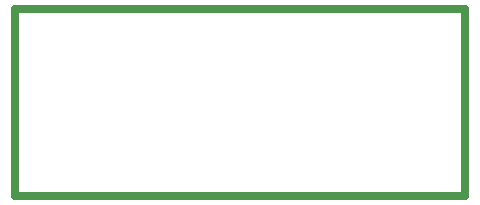
<source format=gbr>
G04 start of page 4 for group 6 idx 6 *
G04 Title: (unknown), outline *
G04 Creator: pcb 20140316 *
G04 CreationDate: Wed 08 Jan 2020 10:14:59 PM GMT UTC *
G04 For: thomasc *
G04 Format: Gerber/RS-274X *
G04 PCB-Dimensions (mil): 1500.00 625.00 *
G04 PCB-Coordinate-Origin: lower left *
%MOIN*%
%FSLAX25Y25*%
%LNOUTLINE*%
%ADD22C,0.0250*%
G54D22*X0Y62500D02*Y0D01*
X150000D01*
Y62500D01*
X0D01*
M02*

</source>
